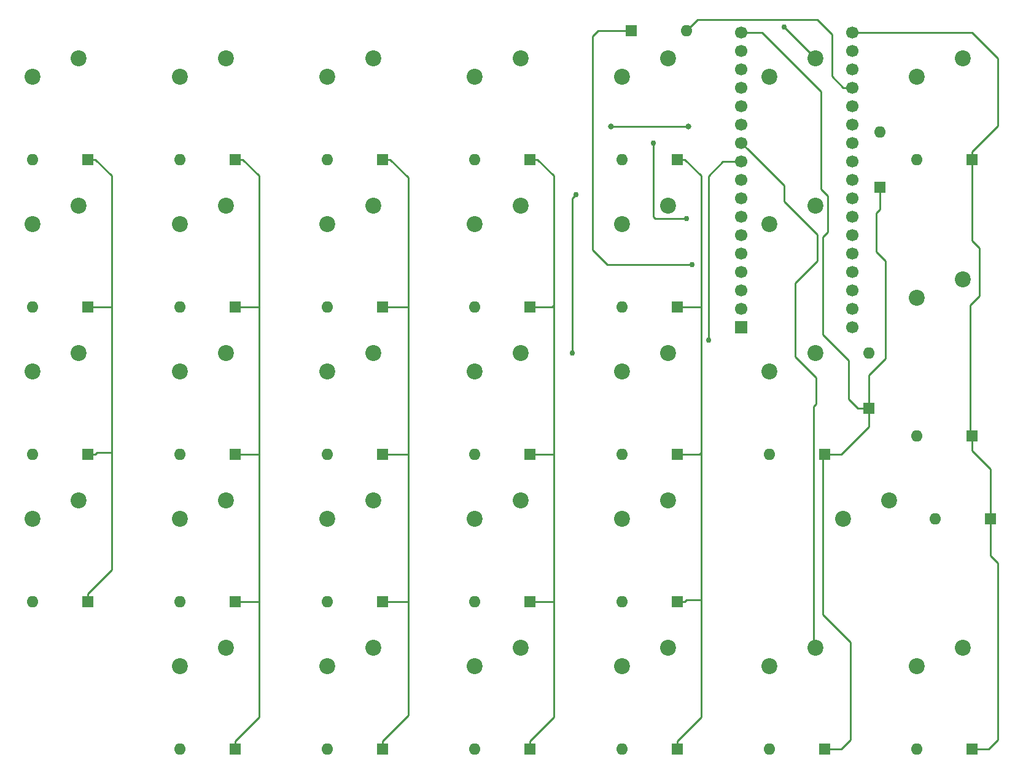
<source format=gtl>
G04 #@! TF.GenerationSoftware,KiCad,Pcbnew,(5.1.0)-1*
G04 #@! TF.CreationDate,2019-04-07T23:14:06+02:00*
G04 #@! TF.ProjectId,ModuleB,4d6f6475-6c65-4422-9e6b-696361645f70,v01*
G04 #@! TF.SameCoordinates,Original*
G04 #@! TF.FileFunction,Copper,L1,Top*
G04 #@! TF.FilePolarity,Positive*
%FSLAX46Y46*%
G04 Gerber Fmt 4.6, Leading zero omitted, Abs format (unit mm)*
G04 Created by KiCad (PCBNEW (5.1.0)-1) date 2019-04-07 23:14:06*
%MOMM*%
%LPD*%
G04 APERTURE LIST*
%ADD10C,2.200000*%
%ADD11O,1.600000X1.600000*%
%ADD12R,1.600000X1.600000*%
%ADD13C,1.700000*%
%ADD14R,1.700000X1.700000*%
%ADD15C,0.800000*%
%ADD16C,0.762000*%
%ADD17C,0.254000*%
%ADD18C,0.250000*%
G04 APERTURE END LIST*
D10*
X54610000Y-72390000D03*
X48260000Y-74930000D03*
D11*
X118110000Y-27940000D03*
D12*
X110490000Y-27940000D03*
D10*
X149860000Y-115570000D03*
X156210000Y-113030000D03*
D12*
X35560000Y-45720000D03*
D11*
X27940000Y-45720000D03*
X27940000Y-66040000D03*
D12*
X35560000Y-66040000D03*
X35560000Y-86360000D03*
D11*
X27940000Y-86360000D03*
D12*
X35560000Y-106680000D03*
D11*
X27940000Y-106680000D03*
X48260000Y-45720000D03*
D12*
X55880000Y-45720000D03*
X55880000Y-66040000D03*
D11*
X48260000Y-66040000D03*
X48260000Y-86360000D03*
D12*
X55880000Y-86360000D03*
X55880000Y-106680000D03*
D11*
X48260000Y-106680000D03*
X48260000Y-127000000D03*
D12*
X55880000Y-127000000D03*
D11*
X68580000Y-45720000D03*
D12*
X76200000Y-45720000D03*
X76200000Y-66040000D03*
D11*
X68580000Y-66040000D03*
X68580000Y-86360000D03*
D12*
X76200000Y-86360000D03*
D11*
X68580000Y-106680000D03*
D12*
X76200000Y-106680000D03*
X76200000Y-127000000D03*
D11*
X68580000Y-127000000D03*
D12*
X96520000Y-45720000D03*
D11*
X88900000Y-45720000D03*
D12*
X96520000Y-66040000D03*
D11*
X88900000Y-66040000D03*
X88900000Y-86360000D03*
D12*
X96520000Y-86360000D03*
X96520000Y-106680000D03*
D11*
X88900000Y-106680000D03*
X88900000Y-127000000D03*
D12*
X96520000Y-127000000D03*
D11*
X109220000Y-45720000D03*
D12*
X116840000Y-45720000D03*
D11*
X109220000Y-66040000D03*
D12*
X116840000Y-66040000D03*
X116840000Y-86360000D03*
D11*
X109220000Y-86360000D03*
X109220000Y-106680000D03*
D12*
X116840000Y-106680000D03*
X116840000Y-127000000D03*
D11*
X109220000Y-127000000D03*
D12*
X144780000Y-49530000D03*
D11*
X144780000Y-41910000D03*
X143256000Y-72390000D03*
D12*
X143256000Y-80010000D03*
X137160000Y-86360000D03*
D11*
X129540000Y-86360000D03*
X129540000Y-127000000D03*
D12*
X137160000Y-127000000D03*
D11*
X152400000Y-95250000D03*
D12*
X160020000Y-95250000D03*
X157480000Y-45720000D03*
D11*
X149860000Y-45720000D03*
X149860000Y-83820000D03*
D12*
X157480000Y-83820000D03*
X157480000Y-127000000D03*
D11*
X149860000Y-127000000D03*
D10*
X27940000Y-34290000D03*
X34290000Y-31750000D03*
X34290000Y-52070000D03*
X27940000Y-54610000D03*
X34290000Y-72390000D03*
X27940000Y-74930000D03*
X34290000Y-92710000D03*
X27940000Y-95250000D03*
X54610000Y-31750000D03*
X48260000Y-34290000D03*
X48260000Y-54610000D03*
X54610000Y-52070000D03*
X48260000Y-95250000D03*
X54610000Y-92710000D03*
X48260000Y-115570000D03*
X54610000Y-113030000D03*
X68580000Y-34290000D03*
X74930000Y-31750000D03*
X68580000Y-54610000D03*
X74930000Y-52070000D03*
X68580000Y-74930000D03*
X74930000Y-72390000D03*
X74930000Y-92710000D03*
X68580000Y-95250000D03*
X68580000Y-115570000D03*
X74930000Y-113030000D03*
X88900000Y-34290000D03*
X95250000Y-31750000D03*
X95250000Y-52070000D03*
X88900000Y-54610000D03*
X95250000Y-72390000D03*
X88900000Y-74930000D03*
X95250000Y-92710000D03*
X88900000Y-95250000D03*
X95250000Y-113030000D03*
X88900000Y-115570000D03*
X109220000Y-34290000D03*
X115570000Y-31750000D03*
X115570000Y-52070000D03*
X109220000Y-54610000D03*
X115570000Y-72390000D03*
X109220000Y-74930000D03*
X115570000Y-92710000D03*
X109220000Y-95250000D03*
X109220000Y-115570000D03*
X115570000Y-113030000D03*
X135890000Y-31750000D03*
X129540000Y-34290000D03*
X135890000Y-52070000D03*
X129540000Y-54610000D03*
X135890000Y-72390000D03*
X129540000Y-74930000D03*
X129540000Y-115570000D03*
X135890000Y-113030000D03*
X146050000Y-92710000D03*
X139700000Y-95250000D03*
X149860000Y-34290000D03*
X156210000Y-31750000D03*
X156210000Y-62230000D03*
X149860000Y-64770000D03*
D13*
X140970000Y-68890000D03*
X140970000Y-66350000D03*
X140970000Y-63810000D03*
X140970000Y-61270000D03*
X140970000Y-58730000D03*
X140970000Y-56190000D03*
X140970000Y-53650000D03*
X140970000Y-51110000D03*
X140970000Y-48570000D03*
X140970000Y-46030000D03*
X140970000Y-43490000D03*
X140970000Y-40950000D03*
X140970000Y-38410000D03*
X140970000Y-35870000D03*
X140970000Y-33330000D03*
X140970000Y-30790000D03*
X140970000Y-28250000D03*
D14*
X125714000Y-68890000D03*
D13*
X125714000Y-66350000D03*
X125714000Y-63810000D03*
X125714000Y-61270000D03*
X125714000Y-58730000D03*
X125714000Y-56190000D03*
X125714000Y-53650000D03*
X125714000Y-51110000D03*
X125714000Y-48570000D03*
X125714000Y-46030000D03*
X125714000Y-43490000D03*
X125714000Y-40950000D03*
X125714000Y-38410000D03*
X125714000Y-35870000D03*
X125714000Y-33330000D03*
X125714000Y-30790000D03*
X125714000Y-28250000D03*
D15*
X107696000Y-41148000D03*
X118364000Y-41148000D03*
D16*
X131572000Y-27432000D03*
X113538000Y-43434000D03*
X118110000Y-53848000D03*
X102870000Y-50546000D03*
X102362000Y-72390000D03*
X121158000Y-70612000D03*
X118872000Y-60198000D03*
D17*
X35560000Y-45720000D02*
X36614000Y-45720000D01*
X36614000Y-45720000D02*
X38862000Y-47968000D01*
X35560000Y-105626000D02*
X35560000Y-106680000D01*
X38862000Y-102324000D02*
X35560000Y-105626000D01*
X38862000Y-84112000D02*
X38862000Y-84074000D01*
X38862000Y-63792000D02*
X38862000Y-63754000D01*
X38862000Y-47968000D02*
X38862000Y-63754000D01*
X38862000Y-63754000D02*
X38862000Y-64516000D01*
X38862000Y-64516000D02*
X38862000Y-66040000D01*
X38862000Y-66040000D02*
X38862000Y-84074000D01*
X36868000Y-86106000D02*
X38862000Y-86106000D01*
X36614000Y-86360000D02*
X36868000Y-86106000D01*
X35560000Y-86360000D02*
X36614000Y-86360000D01*
X38862000Y-84074000D02*
X38862000Y-86106000D01*
X38862000Y-86106000D02*
X38862000Y-102324000D01*
X38608000Y-66040000D02*
X38862000Y-66040000D01*
X35560000Y-66040000D02*
X38608000Y-66040000D01*
X56934000Y-45720000D02*
X59182000Y-47968000D01*
X55880000Y-45720000D02*
X56934000Y-45720000D01*
X55880000Y-125946000D02*
X55880000Y-127000000D01*
X59182000Y-122644000D02*
X55880000Y-125946000D01*
X59182000Y-104432000D02*
X59182000Y-103886000D01*
X59182000Y-84112000D02*
X59182000Y-83058000D01*
X55880000Y-86360000D02*
X56934000Y-86360000D01*
X59182000Y-63792000D02*
X59182000Y-62484000D01*
X59182000Y-47968000D02*
X59182000Y-62484000D01*
X56934000Y-106680000D02*
X59182000Y-106680000D01*
X55880000Y-106680000D02*
X56934000Y-106680000D01*
X59182000Y-103886000D02*
X59182000Y-106680000D01*
X59182000Y-106680000D02*
X59182000Y-122644000D01*
X55880000Y-86360000D02*
X59182000Y-86360000D01*
X59182000Y-83058000D02*
X59182000Y-86360000D01*
X59182000Y-86360000D02*
X59182000Y-103886000D01*
X56934000Y-66040000D02*
X59182000Y-66040000D01*
X55880000Y-66040000D02*
X56934000Y-66040000D01*
X59182000Y-62484000D02*
X59182000Y-66040000D01*
X59182000Y-66040000D02*
X59182000Y-83058000D01*
X77254000Y-45720000D02*
X79756000Y-48222000D01*
X76200000Y-45720000D02*
X77254000Y-45720000D01*
X76200000Y-125946000D02*
X76200000Y-127000000D01*
X79756000Y-122390000D02*
X76200000Y-125946000D01*
X79756000Y-102070000D02*
X79756000Y-101600000D01*
X79756000Y-83858000D02*
X79756000Y-82296000D01*
X76200000Y-86360000D02*
X77254000Y-86360000D01*
X79756000Y-63538000D02*
X79756000Y-62992000D01*
X79756000Y-48222000D02*
X79756000Y-62992000D01*
X76200000Y-106680000D02*
X79756000Y-106680000D01*
X79756000Y-101600000D02*
X79756000Y-106680000D01*
X79756000Y-106680000D02*
X79756000Y-122390000D01*
X76200000Y-86360000D02*
X79756000Y-86360000D01*
X79756000Y-82296000D02*
X79756000Y-86360000D01*
X79756000Y-86360000D02*
X79756000Y-101600000D01*
X77254000Y-66040000D02*
X79756000Y-66040000D01*
X76200000Y-66040000D02*
X77254000Y-66040000D01*
X79756000Y-62992000D02*
X79756000Y-66040000D01*
X79756000Y-66040000D02*
X79756000Y-82296000D01*
X97574000Y-45720000D02*
X99822000Y-47968000D01*
X96520000Y-45720000D02*
X97574000Y-45720000D01*
X96520000Y-125946000D02*
X96520000Y-127000000D01*
X99822000Y-122644000D02*
X96520000Y-125946000D01*
X99822000Y-104432000D02*
X99822000Y-100838000D01*
X96520000Y-106680000D02*
X97574000Y-106680000D01*
X99822000Y-84112000D02*
X99822000Y-81788000D01*
X99822000Y-63792000D02*
X99822000Y-61976000D01*
X96520000Y-66040000D02*
X97574000Y-66040000D01*
X99822000Y-47968000D02*
X99822000Y-61976000D01*
X97574000Y-86360000D02*
X99822000Y-86360000D01*
X96520000Y-86360000D02*
X97574000Y-86360000D01*
X99822000Y-81788000D02*
X99822000Y-86360000D01*
X99822000Y-86360000D02*
X99822000Y-100838000D01*
X97574000Y-106680000D02*
X99822000Y-106680000D01*
X99822000Y-100838000D02*
X99822000Y-106680000D01*
X99822000Y-106680000D02*
X99822000Y-122644000D01*
X99568000Y-66040000D02*
X99822000Y-65786000D01*
X96520000Y-66040000D02*
X99568000Y-66040000D01*
X99822000Y-61976000D02*
X99822000Y-65786000D01*
X99822000Y-65786000D02*
X99822000Y-81788000D01*
D18*
X107696000Y-41148000D02*
X118364000Y-41148000D01*
D17*
X117894000Y-45720000D02*
X120142000Y-47968000D01*
X116840000Y-45720000D02*
X117894000Y-45720000D01*
X116840000Y-125946000D02*
X116840000Y-127000000D01*
X120142000Y-122644000D02*
X116840000Y-125946000D01*
X120142000Y-104432000D02*
X120142000Y-101600000D01*
X116840000Y-86360000D02*
X118364000Y-86360000D01*
X120142000Y-84582000D02*
X120142000Y-81534000D01*
X120142000Y-63792000D02*
X120142000Y-63500000D01*
X120142000Y-47968000D02*
X120142000Y-63500000D01*
X119888000Y-86360000D02*
X120142000Y-86106000D01*
X116840000Y-86360000D02*
X119888000Y-86360000D01*
X120142000Y-81534000D02*
X120142000Y-86106000D01*
X120142000Y-86106000D02*
X120142000Y-101600000D01*
X118148000Y-106426000D02*
X120142000Y-106426000D01*
X117894000Y-106680000D02*
X118148000Y-106426000D01*
X116840000Y-106680000D02*
X117894000Y-106680000D01*
X120142000Y-101600000D02*
X120142000Y-106426000D01*
X120142000Y-106426000D02*
X120142000Y-122644000D01*
X117894000Y-66040000D02*
X120142000Y-66040000D01*
X116840000Y-66040000D02*
X117894000Y-66040000D01*
X120142000Y-63500000D02*
X120142000Y-66040000D01*
X120142000Y-66040000D02*
X120142000Y-81534000D01*
X144780000Y-52578000D02*
X144780000Y-49530000D01*
X143256000Y-75438000D02*
X145542000Y-73152000D01*
X145542000Y-73152000D02*
X145542000Y-59690000D01*
X145542000Y-59690000D02*
X144272000Y-58420000D01*
X144272000Y-58420000D02*
X144272000Y-53086000D01*
X144272000Y-53086000D02*
X144780000Y-52578000D01*
X143256000Y-75438000D02*
X143256000Y-80010000D01*
X137960000Y-86360000D02*
X137160000Y-86360000D01*
X143256000Y-80010000D02*
X143256000Y-81064000D01*
X137160000Y-86360000D02*
X139446000Y-86360000D01*
X143256000Y-82550000D02*
X143256000Y-80010000D01*
X139446000Y-86360000D02*
X143256000Y-82550000D01*
X139446000Y-127000000D02*
X137160000Y-127000000D01*
X140716000Y-125730000D02*
X139446000Y-127000000D01*
X140716000Y-112268000D02*
X140716000Y-125730000D01*
X136906000Y-108458000D02*
X140716000Y-112268000D01*
X137160000Y-86360000D02*
X136906000Y-86614000D01*
X136906000Y-86614000D02*
X136906000Y-108458000D01*
X141732000Y-80010000D02*
X143256000Y-80010000D01*
X140462000Y-73406000D02*
X140462000Y-78740000D01*
X136952999Y-56441039D02*
X136952999Y-69896999D01*
X137617001Y-55777037D02*
X136952999Y-56441039D01*
X140462000Y-78740000D02*
X141732000Y-80010000D01*
X128580000Y-28250000D02*
X136652000Y-36322000D01*
X125714000Y-28250000D02*
X128580000Y-28250000D01*
X136652000Y-36322000D02*
X136652000Y-49784000D01*
X136952999Y-69896999D02*
X140462000Y-73406000D01*
X137617001Y-50850999D02*
X137617001Y-55777037D01*
D18*
X137617001Y-50749001D02*
X136652000Y-49784000D01*
X137617001Y-50850999D02*
X137617001Y-50749001D01*
D17*
X157480000Y-44666000D02*
X161036000Y-41110000D01*
X157480000Y-45720000D02*
X157480000Y-44666000D01*
X161036000Y-41110000D02*
X161036000Y-31750000D01*
X157536000Y-28250000D02*
X140970000Y-28250000D01*
X161036000Y-31750000D02*
X157536000Y-28250000D01*
X157480000Y-83820000D02*
X157480000Y-85852000D01*
X157480000Y-85852000D02*
X160020000Y-88392000D01*
X160020000Y-95250000D02*
X160020000Y-88392000D01*
X160020000Y-100330000D02*
X160020000Y-95250000D01*
X161036000Y-101346000D02*
X160020000Y-100330000D01*
X161036000Y-125730000D02*
X161036000Y-101346000D01*
X157480000Y-127000000D02*
X159766000Y-127000000D01*
X159766000Y-127000000D02*
X161036000Y-125730000D01*
X157480000Y-56896000D02*
X157480000Y-45720000D01*
X158496000Y-57912000D02*
X157480000Y-56896000D01*
X158496000Y-64516000D02*
X158496000Y-57912000D01*
X157226000Y-65786000D02*
X158496000Y-64516000D01*
X157480000Y-83820000D02*
X157226000Y-83566000D01*
X157226000Y-83566000D02*
X157226000Y-65786000D01*
X135890000Y-31750000D02*
X131572000Y-27432000D01*
X113538000Y-43434000D02*
X113538000Y-53340000D01*
X113538000Y-53594000D02*
X113792000Y-53848000D01*
X113792000Y-53848000D02*
X118110000Y-53848000D01*
D18*
X113538000Y-53594000D02*
X113538000Y-53340000D01*
D17*
X102362000Y-51054000D02*
X102362000Y-72390000D01*
X102870000Y-50546000D02*
X102362000Y-51054000D01*
X121158000Y-48006000D02*
X121158000Y-70612000D01*
X125714000Y-46030000D02*
X123134000Y-46030000D01*
X123134000Y-46030000D02*
X121158000Y-48006000D01*
X136144000Y-56056038D02*
X131572000Y-51484038D01*
X136144000Y-59690000D02*
X136144000Y-56056038D01*
X131572000Y-49348000D02*
X126563999Y-44339999D01*
X135636000Y-112776000D02*
X135636000Y-79756000D01*
X131572000Y-51484038D02*
X131572000Y-49348000D01*
X135890000Y-113030000D02*
X135636000Y-112776000D01*
X135636000Y-79756000D02*
X135977001Y-79414999D01*
X133096000Y-62738000D02*
X136144000Y-59690000D01*
X135977001Y-79414999D02*
X135977001Y-75779001D01*
X135977001Y-75779001D02*
X133096000Y-72898000D01*
X126563999Y-44339999D02*
X125714000Y-43490000D01*
X133096000Y-72898000D02*
X133096000Y-62738000D01*
X139767919Y-35870000D02*
X138176000Y-34278081D01*
X140970000Y-35870000D02*
X139767919Y-35870000D01*
X138176000Y-28448000D02*
X136144000Y-26416000D01*
X138176000Y-34278081D02*
X138176000Y-28448000D01*
X119634000Y-26416000D02*
X118110000Y-27940000D01*
X136144000Y-26416000D02*
X119634000Y-26416000D01*
X110490000Y-27940000D02*
X105918000Y-27940000D01*
X105918000Y-27940000D02*
X105156000Y-28702000D01*
X105156000Y-28702000D02*
X105156000Y-58166000D01*
X105156000Y-58166000D02*
X107188000Y-60198000D01*
X107188000Y-60198000D02*
X118872000Y-60198000D01*
M02*

</source>
